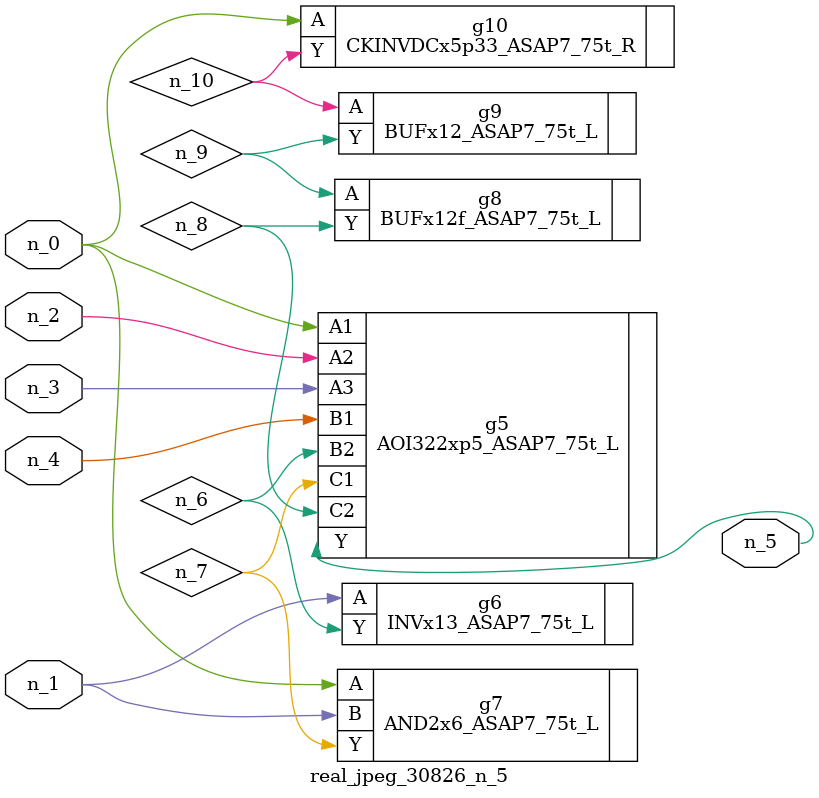
<source format=v>
module real_jpeg_30826_n_5 (n_4, n_0, n_1, n_2, n_3, n_5);

input n_4;
input n_0;
input n_1;
input n_2;
input n_3;

output n_5;

wire n_8;
wire n_6;
wire n_7;
wire n_10;
wire n_9;

AOI322xp5_ASAP7_75t_L g5 ( 
.A1(n_0),
.A2(n_2),
.A3(n_3),
.B1(n_4),
.B2(n_6),
.C1(n_7),
.C2(n_8),
.Y(n_5)
);

AND2x6_ASAP7_75t_L g7 ( 
.A(n_0),
.B(n_1),
.Y(n_7)
);

CKINVDCx5p33_ASAP7_75t_R g10 ( 
.A(n_0),
.Y(n_10)
);

INVx13_ASAP7_75t_L g6 ( 
.A(n_1),
.Y(n_6)
);

BUFx12f_ASAP7_75t_L g8 ( 
.A(n_9),
.Y(n_8)
);

BUFx12_ASAP7_75t_L g9 ( 
.A(n_10),
.Y(n_9)
);


endmodule
</source>
